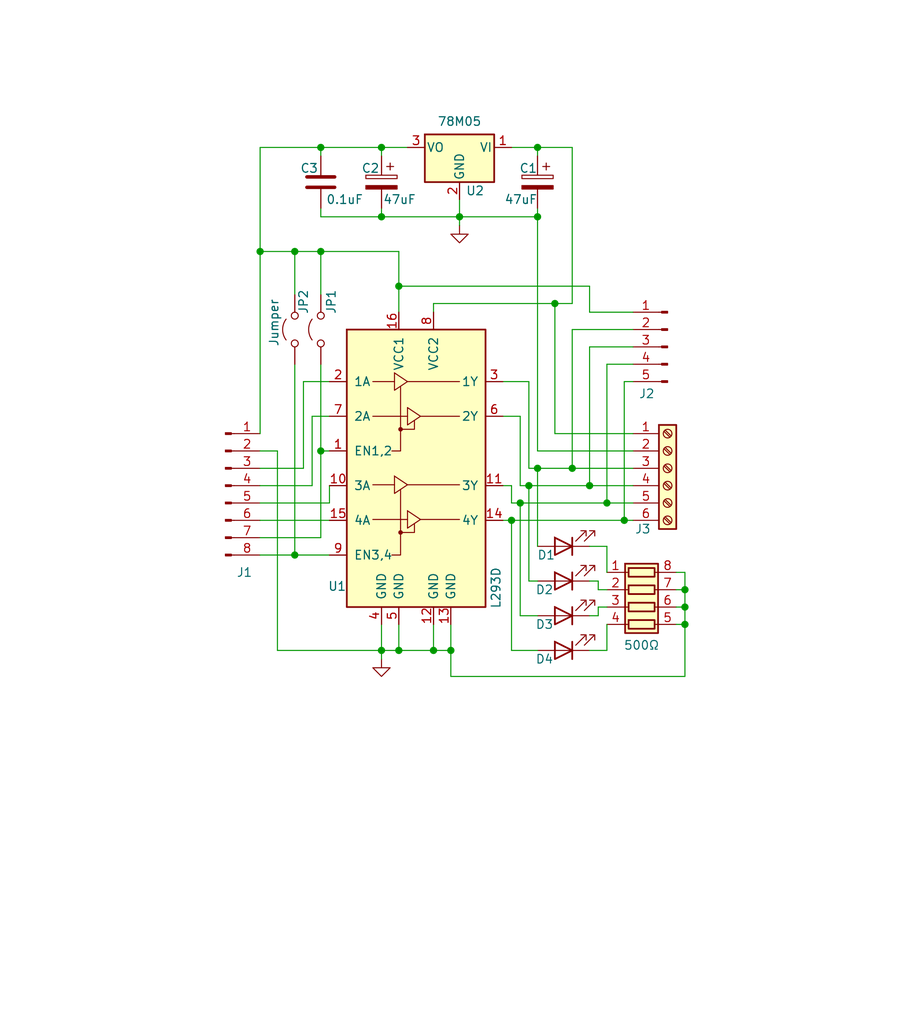
<source format=kicad_sch>
(kicad_sch (version 20231120) (generator "eeschema") (generator_version "8.0")
  (paper "User" 132 150)
  (lib_symbols
    (symbol "Connector:Conn_01x05_Pin" (pin_names (offset 1.016) hide)
      (property "Reference" "J" (at 0 7.62 0))
      (property "Value" "Conn_01x05_Pin" (at 0 -7.62 0))
      (symbol "Conn_01x05_Pin_1_1"
        (polyline (pts (xy 1.27 -5.08) (xy 0.8636 -5.08)) (stroke (width 0.1524)))
        (polyline (pts (xy 1.27 -2.54) (xy 0.8636 -2.54)) (stroke (width 0.1524)))
        (polyline (pts (xy 1.27 0) (xy 0.8636 0)) (stroke (width 0.1524)))
        (polyline (pts (xy 1.27 2.54) (xy 0.8636 2.54)) (stroke (width 0.1524)))
        (polyline (pts (xy 1.27 5.08) (xy 0.8636 5.08)) (stroke (width 0.1524)))
        (rectangle (start 0.8636 -4.953) (end 0 -5.207) (stroke (width 0.1524)) (fill (type outline)))
        (rectangle (start 0.8636 -2.413) (end 0 -2.667) (stroke (width 0.1524)) (fill (type outline)))
        (rectangle (start 0.8636 0.127) (end 0 -0.127) (stroke (width 0.1524)) (fill (type outline)))
        (rectangle (start 0.8636 2.667) (end 0 2.413) (stroke (width 0.1524)) (fill (type outline)))
        (rectangle (start 0.8636 5.207) (end 0 4.953) (stroke (width 0.1524)) (fill (type outline)))
        (pin passive line (at 5.08 5.08 180) (length 3.81) (name "Pin_1") (number "1"))
        (pin passive line (at 5.08 2.54 180) (length 3.81) (name "Pin_2") (number "2"))
        (pin passive line (at 5.08 0 180) (length 3.81) (name "Pin_3") (number "3"))
        (pin passive line (at 5.08 -2.54 180) (length 3.81) (name "Pin_4") (number "4"))
        (pin passive line (at 5.08 -5.08 180) (length 3.81) (name "Pin_5") (number "5"))
      )
    )
    (symbol "Connector:Conn_01x08_Pin" (pin_names (offset 1.016) hide)
      (property "Reference" "J" (at 0 10.16 0))
      (property "Value" "Conn_01x08_Pin" (at 0 -12.7 0))
      (symbol "Conn_01x08_Pin_1_1"
        (polyline (pts (xy 1.27 -10.16) (xy 0.8636 -10.16)) (stroke (width 0.1524)))
        (polyline (pts (xy 1.27 -7.62) (xy 0.8636 -7.62)) (stroke (width 0.1524)))
        (polyline (pts (xy 1.27 -5.08) (xy 0.8636 -5.08)) (stroke (width 0.1524)))
        (polyline (pts (xy 1.27 -2.54) (xy 0.8636 -2.54)) (stroke (width 0.1524)))
        (polyline (pts (xy 1.27 0) (xy 0.8636 0)) (stroke (width 0.1524)))
        (polyline (pts (xy 1.27 2.54) (xy 0.8636 2.54)) (stroke (width 0.1524)))
        (polyline (pts (xy 1.27 5.08) (xy 0.8636 5.08)) (stroke (width 0.1524)))
        (polyline (pts (xy 1.27 7.62) (xy 0.8636 7.62)) (stroke (width 0.1524)))
        (rectangle (start 0.8636 -10.033) (end 0 -10.287) (stroke (width 0.1524)) (fill (type outline)))
        (rectangle (start 0.8636 -7.493) (end 0 -7.747) (stroke (width 0.1524)) (fill (type outline)))
        (rectangle (start 0.8636 -4.953) (end 0 -5.207) (stroke (width 0.1524)) (fill (type outline)))
        (rectangle (start 0.8636 -2.413) (end 0 -2.667) (stroke (width 0.1524)) (fill (type outline)))
        (rectangle (start 0.8636 0.127) (end 0 -0.127) (stroke (width 0.1524)) (fill (type outline)))
        (rectangle (start 0.8636 2.667) (end 0 2.413) (stroke (width 0.1524)) (fill (type outline)))
        (rectangle (start 0.8636 5.207) (end 0 4.953) (stroke (width 0.1524)) (fill (type outline)))
        (rectangle (start 0.8636 7.747) (end 0 7.493) (stroke (width 0.1524)) (fill (type outline)))
        (pin passive line (at 5.08 7.62 180) (length 3.81) (name "Pin_1") (number "1"))
        (pin passive line (at 5.08 5.08 180) (length 3.81) (name "Pin_2") (number "2"))
        (pin passive line (at 5.08 2.54 180) (length 3.81) (name "Pin_3") (number "3"))
        (pin passive line (at 5.08 0 180) (length 3.81) (name "Pin_4") (number "4"))
        (pin passive line (at 5.08 -2.54 180) (length 3.81) (name "Pin_5") (number "5"))
        (pin passive line (at 5.08 -5.08 180) (length 3.81) (name "Pin_6") (number "6"))
        (pin passive line (at 5.08 -7.62 180) (length 3.81) (name "Pin_7") (number "7"))
        (pin passive line (at 5.08 -10.16 180) (length 3.81) (name "Pin_8") (number "8"))
      )
    )
    (symbol "Connector:Screw_Terminal_01x06" (pin_names (offset 1.016) hide)
      (property "Reference" "J" (at 0 7.62 0))
      (property "Value" "Screw_Terminal_01x06" (at 0 -10.16 0))
      (symbol "Screw_Terminal_01x06_1_1"
        (rectangle (start -1.27 6.35) (end 1.27 -8.89) (stroke (width 0.254)) (fill (type background)))
        (circle (center 0 -7.62) (radius 0.635) (stroke (width 0.1524)))
        (circle (center 0 -5.08) (radius 0.635) (stroke (width 0.1524)))
        (circle (center 0 -2.54) (radius 0.635) (stroke (width 0.1524)))
        (polyline (pts (xy -0.5334 -7.2898) (xy 0.3302 -8.128)) (stroke (width 0.1524)))
        (polyline (pts (xy -0.5334 -4.7498) (xy 0.3302 -5.588)) (stroke (width 0.1524)))
        (polyline (pts (xy -0.5334 -2.2098) (xy 0.3302 -3.048)) (stroke (width 0.1524)))
        (polyline (pts (xy -0.5334 0.3302) (xy 0.3302 -0.508)) (stroke (width 0.1524)))
        (polyline (pts (xy -0.5334 2.8702) (xy 0.3302 2.032)) (stroke (width 0.1524)))
        (polyline (pts (xy -0.5334 5.4102) (xy 0.3302 4.572)) (stroke (width 0.1524)))
        (polyline (pts (xy -0.3556 -7.112) (xy 0.508 -7.9502)) (stroke (width 0.1524)))
        (polyline (pts (xy -0.3556 -4.572) (xy 0.508 -5.4102)) (stroke (width 0.1524)))
        (polyline (pts (xy -0.3556 -2.032) (xy 0.508 -2.8702)) (stroke (width 0.1524)))
        (polyline (pts (xy -0.3556 0.508) (xy 0.508 -0.3302)) (stroke (width 0.1524)))
        (polyline (pts (xy -0.3556 3.048) (xy 0.508 2.2098)) (stroke (width 0.1524)))
        (polyline (pts (xy -0.3556 5.588) (xy 0.508 4.7498)) (stroke (width 0.1524)))
        (circle (center 0 0) (radius 0.635) (stroke (width 0.1524)))
        (circle (center 0 2.54) (radius 0.635) (stroke (width 0.1524)))
        (circle (center 0 5.08) (radius 0.635) (stroke (width 0.1524)))
        (pin passive line (at -5.08 5.08 0) (length 3.81) (name "Pin_1") (number "1"))
        (pin passive line (at -5.08 2.54 0) (length 3.81) (name "Pin_2") (number "2"))
        (pin passive line (at -5.08 0 0) (length 3.81) (name "Pin_3") (number "3"))
        (pin passive line (at -5.08 -2.54 0) (length 3.81) (name "Pin_4") (number "4"))
        (pin passive line (at -5.08 -5.08 0) (length 3.81) (name "Pin_5") (number "5"))
        (pin passive line (at -5.08 -7.62 0) (length 3.81) (name "Pin_6") (number "6"))
      )
    )
    (symbol "Device:C" (pin_numbers hide) (pin_names (offset 0.254))
      (property "Reference" "C" (at 0.635 2.54 0))
      (property "Value" "C" (at 0.635 -2.54 0))
      (symbol "C_0_1"
        (polyline (pts (xy -2.032 -0.762) (xy 2.032 -0.762)) (stroke (width 0.508)))
        (polyline (pts (xy -2.032 0.762) (xy 2.032 0.762)) (stroke (width 0.508)))
      )
      (symbol "C_1_1"
        (pin passive line (at 0 3.81 270) (length 2.794) (name "~") (number "1"))
        (pin passive line (at 0 -3.81 90) (length 2.794) (name "~") (number "2"))
      )
    )
    (symbol "Device:C_Polarized" (pin_numbers hide) (pin_names (offset 0.254))
      (property "Reference" "C" (at 0.635 2.54 0))
      (property "Value" "C_Polarized" (at 0.635 -2.54 0))
      (symbol "C_Polarized_0_1"
        (rectangle (start -2.286 0.508) (end 2.286 1.016))
        (polyline (pts (xy -1.778 2.286) (xy -0.762 2.286)))
        (polyline (pts (xy -1.27 2.794) (xy -1.27 1.778)))
        (rectangle (start 2.286 -0.508) (end -2.286 -1.016) (fill (type outline)))
      )
      (symbol "C_Polarized_1_1"
        (pin passive line (at 0 3.81 270) (length 2.794) (name "~") (number "1"))
        (pin passive line (at 0 -3.81 90) (length 2.794) (name "~") (number "2"))
      )
    )
    (symbol "Device:LED" (pin_numbers hide) (pin_names (offset 1.016) hide)
      (property "Reference" "D" (at 0 2.54 0))
      (property "Value" "LED" (at 0 -2.54 0))
      (symbol "LED_0_1"
        (polyline (pts (xy -1.27 -1.27) (xy -1.27 1.27)) (stroke (width 0.254)))
        (polyline (pts (xy -1.27 0) (xy 1.27 0)))
        (polyline (pts (xy 1.27 -1.27) (xy 1.27 1.27) (xy -1.27 0) (xy 1.27 -1.27)) (stroke (width 0.254)))
        (polyline (pts (xy -3.048 -0.762) (xy -4.572 -2.286) (xy -3.81 -2.286) (xy -4.572 -2.286) (xy -4.572 -1.524)))
        (polyline (pts (xy -1.778 -0.762) (xy -3.302 -2.286) (xy -2.54 -2.286) (xy -3.302 -2.286) (xy -3.302 -1.524)))
      )
      (symbol "LED_1_1"
        (pin passive line (at -3.81 0 0) (length 2.54) (name "K") (number "1"))
        (pin passive line (at 3.81 0 180) (length 2.54) (name "A") (number "2"))
      )
    )
    (symbol "Device:R_Pack04" (pin_names (offset 0) hide)
      (property "Reference" "RN" (at -7.62 0 90))
      (property "Value" "R_Pack04" (at 5.08 0 90))
      (symbol "R_Pack04_0_1"
        (rectangle (start -6.35 -2.413) (end 3.81 2.413) (stroke (width 0.254)) (fill (type background)))
        (rectangle (start -5.715 1.905) (end -4.445 -1.905) (stroke (width 0.254)))
        (rectangle (start -3.175 1.905) (end -1.905 -1.905) (stroke (width 0.254)))
        (rectangle (start -0.635 1.905) (end 0.635 -1.905) (stroke (width 0.254)))
        (polyline (pts (xy -5.08 -2.54) (xy -5.08 -1.905)))
        (polyline (pts (xy -5.08 1.905) (xy -5.08 2.54)))
        (polyline (pts (xy -2.54 -2.54) (xy -2.54 -1.905)))
        (polyline (pts (xy -2.54 1.905) (xy -2.54 2.54)))
        (polyline (pts (xy 0 -2.54) (xy 0 -1.905)))
        (polyline (pts (xy 0 1.905) (xy 0 2.54)))
        (polyline (pts (xy 2.54 -2.54) (xy 2.54 -1.905)))
        (polyline (pts (xy 2.54 1.905) (xy 2.54 2.54)))
        (rectangle (start 1.905 1.905) (end 3.175 -1.905) (stroke (width 0.254)))
      )
      (symbol "R_Pack04_1_1"
        (pin passive line (at -5.08 -5.08 90) (length 2.54) (name "R1.1") (number "1"))
        (pin passive line (at -2.54 -5.08 90) (length 2.54) (name "R2.1") (number "2"))
        (pin passive line (at 0 -5.08 90) (length 2.54) (name "R3.1") (number "3"))
        (pin passive line (at 2.54 -5.08 90) (length 2.54) (name "R4.1") (number "4"))
        (pin passive line (at 2.54 5.08 270) (length 2.54) (name "R4.2") (number "5"))
        (pin passive line (at 0 5.08 270) (length 2.54) (name "R3.2") (number "6"))
        (pin passive line (at -2.54 5.08 270) (length 2.54) (name "R2.2") (number "7"))
        (pin passive line (at -5.08 5.08 270) (length 2.54) (name "R1.2") (number "8"))
      )
    )
    (symbol "Driver_Motor:L293D" (pin_names (offset 1.016))
      (property "Reference" "U" (at -5.08 26.035 0))
      (property "Value" "L293D" (at -5.08 24.13 0))
      (symbol "L293D_0_1"
        (rectangle (start -10.16 22.86) (end 10.16 -17.78) (stroke (width 0.254)) (fill (type background)))
        (circle (center -2.286 -6.858) (radius 0.254) (fill (type outline)))
        (circle (center -2.286 8.255) (radius 0.254) (fill (type outline)))
        (polyline (pts (xy -6.35 -4.953) (xy -1.27 -4.953)))
        (polyline (pts (xy -6.35 0.127) (xy -3.175 0.127)))
        (polyline (pts (xy -6.35 10.16) (xy -1.27 10.16)))
        (polyline (pts (xy -6.35 15.24) (xy -3.175 15.24)))
        (polyline (pts (xy -1.27 0.127) (xy 6.35 0.127)))
        (polyline (pts (xy -1.27 15.24) (xy 6.35 15.24)))
        (polyline (pts (xy 0.635 -4.953) (xy 6.35 -4.953)))
        (polyline (pts (xy 0.635 10.16) (xy 6.35 10.16)))
        (polyline (pts (xy -2.286 -6.858) (xy -0.254 -6.858) (xy -0.254 -5.588)))
        (polyline (pts (xy -2.286 -0.635) (xy -2.286 -10.16) (xy -3.556 -10.16)))
        (polyline (pts (xy -2.286 8.255) (xy -0.254 8.255) (xy -0.254 9.525)))
        (polyline (pts (xy -2.286 14.478) (xy -2.286 5.08) (xy -3.556 5.08)))
        (polyline (pts (xy -3.175 1.397) (xy -3.175 -1.143) (xy -1.27 0.127) (xy -3.175 1.397)))
        (polyline (pts (xy -3.175 16.51) (xy -3.175 13.97) (xy -1.27 15.24) (xy -3.175 16.51)))
        (polyline (pts (xy -1.27 -3.683) (xy -1.27 -6.223) (xy 0.635 -4.953) (xy -1.27 -3.683)))
        (polyline (pts (xy -1.27 11.43) (xy -1.27 8.89) (xy 0.635 10.16) (xy -1.27 11.43)))
      )
      (symbol "L293D_1_1"
        (pin input line (at -12.7 5.08 0) (length 2.54) (name "EN1,2") (number "1"))
        (pin input line (at -12.7 0 0) (length 2.54) (name "3A") (number "10"))
        (pin output line (at 12.7 0 180) (length 2.54) (name "3Y") (number "11"))
        (pin power_in line (at 2.54 -20.32 90) (length 2.54) (name "GND") (number "12"))
        (pin power_in line (at 5.08 -20.32 90) (length 2.54) (name "GND") (number "13"))
        (pin output line (at 12.7 -5.08 180) (length 2.54) (name "4Y") (number "14"))
        (pin input line (at -12.7 -5.08 0) (length 2.54) (name "4A") (number "15"))
        (pin power_in line (at -2.54 25.4 270) (length 2.54) (name "VCC1") (number "16"))
        (pin input line (at -12.7 15.24 0) (length 2.54) (name "1A") (number "2"))
        (pin output line (at 12.7 15.24 180) (length 2.54) (name "1Y") (number "3"))
        (pin power_in line (at -5.08 -20.32 90) (length 2.54) (name "GND") (number "4"))
        (pin power_in line (at -2.54 -20.32 90) (length 2.54) (name "GND") (number "5"))
        (pin output line (at 12.7 10.16 180) (length 2.54) (name "2Y") (number "6"))
        (pin input line (at -12.7 10.16 0) (length 2.54) (name "2A") (number "7"))
        (pin power_in line (at 2.54 25.4 270) (length 2.54) (name "VCC2") (number "8"))
        (pin input line (at -12.7 -10.16 0) (length 2.54) (name "EN3,4") (number "9"))
      )
    )
    (symbol "Jumper:Jumper_2_Open" (pin_numbers hide) (pin_names (offset 0) hide) (exclude_from_sim yes)
      (property "Reference" "JP" (at 0 2.794 0))
      (property "Value" "Jumper_2_Open" (at 0 -2.286 0))
      (symbol "Jumper_2_Open_0_0"
        (circle (center -2.032 0) (radius 0.508))
        (circle (center 2.032 0) (radius 0.508))
      )
      (symbol "Jumper_2_Open_0_1"
        (arc (start 1.524 1.27) (mid 0 1.778) (end -1.524 1.27))
      )
      (symbol "Jumper_2_Open_1_1"
        (pin passive line (at -5.08 0 0) (length 2.54) (name "A") (number "1"))
        (pin passive line (at 5.08 0 180) (length 2.54) (name "B") (number "2"))
      )
    )
    (symbol "Regulator_Linear:KA78M05_TO252" (pin_names (offset 0.254))
      (property "Reference" "U" (at -3.81 3.175 0))
      (property "Value" "KA78M05_TO252" (at 0 3.175 0))
      (symbol "KA78M05_TO252_0_1"
        (rectangle (start -5.08 1.905) (end 5.08 -5.08) (stroke (width 0.254)) (fill (type background)))
      )
      (symbol "KA78M05_TO252_1_1"
        (pin power_in line (at -7.62 0 0) (length 2.54) (name "VI") (number "1"))
        (pin power_in line (at 0 -7.62 90) (length 2.54) (name "GND") (number "2"))
        (pin power_out line (at 7.62 0 180) (length 2.54) (name "VO") (number "3"))
      )
    )
    (symbol "power:GND" (power) (pin_numbers hide) (pin_names (offset 0) hide)
      (property "Value" "GND" (at 0 -3.81 0))
      (symbol "GND_0_1"
        (polyline (pts (xy 0 0) (xy 0 -1.27) (xy 1.27 -1.27) (xy 0 -2.54) (xy -1.27 -1.27) (xy 0 -1.27)))
      )
      (symbol "GND_1_1"
        (pin power_in line (at 0 0 270) (length 0) (name "~") (number "1"))
      )
    )
  )
  (junction (at 66.04 95.25))
  (junction (at 100.33 86.36))
  (junction (at 76.2 73.66))
  (junction (at 67.31 31.75))
  (junction (at 86.36 71.12))
  (junction (at 100.33 91.44))
  (junction (at 46.99 21.59))
  (junction (at 74.93 76.2))
  (junction (at 46.99 36.83))
  (junction (at 38.1 36.83))
  (junction (at 46.99 66.04))
  (junction (at 58.42 95.25))
  (junction (at 83.82 68.58))
  (junction (at 88.9 73.66))
  (junction (at 78.74 31.75))
  (junction (at 55.88 21.59))
  (junction (at 43.18 36.83))
  (junction (at 81.28 44.45))
  (junction (at 77.47 71.12))
  (junction (at 55.88 31.75))
  (junction (at 78.74 21.59))
  (junction (at 63.5 95.25))
  (junction (at 100.33 88.9))
  (junction (at 78.74 68.58))
  (junction (at 55.88 95.25))
  (junction (at 58.42 41.91))
  (junction (at 91.44 76.2))
  (junction (at 43.18 81.28))
  (wire (pts (xy 55.88 30.48) (xy 55.88 31.75)))
  (wire (pts (xy 81.28 44.45) (xy 81.28 63.5)))
  (wire (pts (xy 44.45 55.88) (xy 44.45 68.58)))
  (wire (pts (xy 63.5 95.25) (xy 66.04 95.25)))
  (wire (pts (xy 78.74 31.75) (xy 67.31 31.75)))
  (wire (pts (xy 38.1 66.04) (xy 40.64 66.04)))
  (wire (pts (xy 100.33 83.82) (xy 99.06 83.82)))
  (wire (pts (xy 91.44 55.88) (xy 91.44 76.2)))
  (wire (pts (xy 100.33 91.44) (xy 100.33 88.9)))
  (wire (pts (xy 78.74 68.58) (xy 78.74 80.01)))
  (wire (pts (xy 81.28 44.45) (xy 83.82 44.45)))
  (wire (pts (xy 92.71 50.8) (xy 86.36 50.8)))
  (wire (pts (xy 86.36 95.25) (xy 88.9 95.25)))
  (wire (pts (xy 73.66 60.96) (xy 76.2 60.96)))
  (wire (pts (xy 77.47 55.88) (xy 77.47 68.58)))
  (wire (pts (xy 66.04 95.25) (xy 66.04 99.06)))
  (wire (pts (xy 48.26 60.96) (xy 45.72 60.96)))
  (wire (pts (xy 55.88 91.44) (xy 55.88 95.25)))
  (wire (pts (xy 46.99 31.75) (xy 55.88 31.75)))
  (wire (pts (xy 77.47 71.12) (xy 86.36 71.12)))
  (wire (pts (xy 87.63 88.9) (xy 88.9 88.9)))
  (wire (pts (xy 46.99 66.04) (xy 46.99 78.74)))
  (wire (pts (xy 58.42 36.83) (xy 46.99 36.83)))
  (wire (pts (xy 58.42 91.44) (xy 58.42 95.25)))
  (wire (pts (xy 40.64 95.25) (xy 55.88 95.25)))
  (wire (pts (xy 92.71 66.04) (xy 78.74 66.04)))
  (wire (pts (xy 92.71 48.26) (xy 83.82 48.26)))
  (wire (pts (xy 46.99 30.48) (xy 46.99 31.75)))
  (wire (pts (xy 63.5 91.44) (xy 63.5 95.25)))
  (wire (pts (xy 38.1 76.2) (xy 48.26 76.2)))
  (wire (pts (xy 86.36 41.91) (xy 58.42 41.91)))
  (wire (pts (xy 83.82 21.59) (xy 83.82 44.45)))
  (wire (pts (xy 76.2 73.66) (xy 76.2 90.17)))
  (wire (pts (xy 77.47 85.09) (xy 78.74 85.09)))
  (wire (pts (xy 86.36 45.72) (xy 86.36 41.91)))
  (wire (pts (xy 38.1 21.59) (xy 46.99 21.59)))
  (wire (pts (xy 66.04 91.44) (xy 66.04 95.25)))
  (wire (pts (xy 38.1 36.83) (xy 38.1 63.5)))
  (wire (pts (xy 99.06 91.44) (xy 100.33 91.44)))
  (wire (pts (xy 46.99 36.83) (xy 43.18 36.83)))
  (wire (pts (xy 67.31 29.21) (xy 67.31 31.75)))
  (wire (pts (xy 76.2 71.12) (xy 77.47 71.12)))
  (wire (pts (xy 40.64 66.04) (xy 40.64 95.25)))
  (wire (pts (xy 38.1 36.83) (xy 43.18 36.83)))
  (wire (pts (xy 59.69 21.59) (xy 55.88 21.59)))
  (wire (pts (xy 67.31 33.02) (xy 67.31 31.75)))
  (wire (pts (xy 43.18 53.34) (xy 43.18 81.28)))
  (wire (pts (xy 58.42 95.25) (xy 63.5 95.25)))
  (wire (pts (xy 55.88 95.25) (xy 55.88 96.52)))
  (wire (pts (xy 83.82 48.26) (xy 83.82 68.58)))
  (wire (pts (xy 88.9 80.01) (xy 88.9 83.82)))
  (wire (pts (xy 58.42 45.72) (xy 58.42 41.91)))
  (wire (pts (xy 100.33 88.9) (xy 100.33 86.36)))
  (wire (pts (xy 92.71 45.72) (xy 86.36 45.72)))
  (wire (pts (xy 38.1 81.28) (xy 43.18 81.28)))
  (wire (pts (xy 74.93 76.2) (xy 74.93 95.25)))
  (wire (pts (xy 86.36 85.09) (xy 87.63 85.09)))
  (wire (pts (xy 55.88 95.25) (xy 58.42 95.25)))
  (wire (pts (xy 78.74 31.75) (xy 78.74 66.04)))
  (wire (pts (xy 78.74 21.59) (xy 74.93 21.59)))
  (wire (pts (xy 74.93 71.12) (xy 74.93 73.66)))
  (wire (pts (xy 100.33 99.06) (xy 100.33 91.44)))
  (wire (pts (xy 55.88 31.75) (xy 67.31 31.75)))
  (wire (pts (xy 86.36 50.8) (xy 86.36 71.12)))
  (wire (pts (xy 83.82 21.59) (xy 78.74 21.59)))
  (wire (pts (xy 73.66 76.2) (xy 74.93 76.2)))
  (wire (pts (xy 100.33 86.36) (xy 100.33 83.82)))
  (wire (pts (xy 88.9 53.34) (xy 88.9 73.66)))
  (wire (pts (xy 58.42 41.91) (xy 58.42 36.83)))
  (wire (pts (xy 92.71 53.34) (xy 88.9 53.34)))
  (wire (pts (xy 78.74 22.86) (xy 78.74 21.59)))
  (wire (pts (xy 76.2 60.96) (xy 76.2 71.12)))
  (wire (pts (xy 92.71 63.5) (xy 81.28 63.5)))
  (wire (pts (xy 46.99 21.59) (xy 55.88 21.59)))
  (wire (pts (xy 48.26 55.88) (xy 44.45 55.88)))
  (wire (pts (xy 77.47 71.12) (xy 77.47 85.09)))
  (wire (pts (xy 87.63 86.36) (xy 88.9 86.36)))
  (wire (pts (xy 86.36 71.12) (xy 92.71 71.12)))
  (wire (pts (xy 45.72 71.12) (xy 38.1 71.12)))
  (wire (pts (xy 77.47 68.58) (xy 78.74 68.58)))
  (wire (pts (xy 86.36 90.17) (xy 87.63 90.17)))
  (wire (pts (xy 88.9 95.25) (xy 88.9 91.44)))
  (wire (pts (xy 44.45 68.58) (xy 38.1 68.58)))
  (wire (pts (xy 78.74 90.17) (xy 76.2 90.17)))
  (wire (pts (xy 46.99 78.74) (xy 38.1 78.74)))
  (wire (pts (xy 63.5 44.45) (xy 63.5 45.72)))
  (wire (pts (xy 83.82 68.58) (xy 92.71 68.58)))
  (wire (pts (xy 46.99 22.86) (xy 46.99 21.59)))
  (wire (pts (xy 43.18 81.28) (xy 48.26 81.28)))
  (wire (pts (xy 91.44 76.2) (xy 92.71 76.2)))
  (wire (pts (xy 99.06 88.9) (xy 100.33 88.9)))
  (wire (pts (xy 78.74 95.25) (xy 74.93 95.25)))
  (wire (pts (xy 46.99 43.18) (xy 46.99 36.83)))
  (wire (pts (xy 55.88 21.59) (xy 55.88 22.86)))
  (wire (pts (xy 87.63 90.17) (xy 87.63 88.9)))
  (wire (pts (xy 73.66 55.88) (xy 77.47 55.88)))
  (wire (pts (xy 38.1 36.83) (xy 38.1 21.59)))
  (wire (pts (xy 74.93 76.2) (xy 91.44 76.2)))
  (wire (pts (xy 99.06 86.36) (xy 100.33 86.36)))
  (wire (pts (xy 45.72 60.96) (xy 45.72 71.12)))
  (wire (pts (xy 76.2 73.66) (xy 88.9 73.66)))
  (wire (pts (xy 46.99 53.34) (xy 46.99 66.04)))
  (wire (pts (xy 74.93 73.66) (xy 76.2 73.66)))
  (wire (pts (xy 87.63 85.09) (xy 87.63 86.36)))
  (wire (pts (xy 43.18 36.83) (xy 43.18 43.18)))
  (wire (pts (xy 48.26 73.66) (xy 38.1 73.66)))
  (wire (pts (xy 63.5 44.45) (xy 81.28 44.45)))
  (wire (pts (xy 73.66 71.12) (xy 74.93 71.12)))
  (wire (pts (xy 48.26 66.04) (xy 46.99 66.04)))
  (wire (pts (xy 48.26 73.66) (xy 48.26 71.12)))
  (wire (pts (xy 92.71 55.88) (xy 91.44 55.88)))
  (wire (pts (xy 88.9 73.66) (xy 92.71 73.66)))
  (wire (pts (xy 78.74 30.48) (xy 78.74 31.75)))
  (wire (pts (xy 86.36 80.01) (xy 88.9 80.01)))
  (wire (pts (xy 78.74 68.58) (xy 83.82 68.58)))
  (wire (pts (xy 66.04 99.06) (xy 100.33 99.06)))
  (symbol (lib_id "Device:LED") (at 82.55 90.17 180) (unit 1)
    (property "Reference" "D3" (at 79.756 91.44 0))
    (property "Value" "LED" (effects (hide yes)))
    (property "Footprint" "LED_SMD:LED_0201_0603Metric" (effects (hide yes)))
    (property "Description" "Light emitting diode" (effects (hide yes)))
  )
  (symbol (lib_id "Device:C") (at 46.99 26.67 0) (unit 1)
    (property "Reference" "C3" (at 43.942 24.638 0) (effects (justify left)))
    (property "Value" "0.1uF" (at 47.752 29.21 0) (effects (justify left)))
    (property "Description" "Unpolarized capacitor" (effects (hide yes)))
  )
  (symbol (lib_id "Device:R_Pack04") (at 93.98 88.9 270) (unit 1)
    (property "Reference" "RN1" (effects (hide yes)))
    (property "Value" "500Ω" (at 93.98 94.488 90))
    (property "Footprint" "Package_SO:SOIC-8W_5.3x5.3mm_P1.27mm" (effects (hide yes)))
    (property "Description" "4 resistor network, parallel topology" (effects (hide yes)))
  )
  (symbol (lib_id "Device:C_Polarized") (at 78.74 26.67 0) (mirror y) (unit 1)
    (property "Reference" "C1" (at 78.74 24.638 0) (effects (justify left)))
    (property "Value" "47uF" (at 78.74 29.21 0) (effects (justify left)))
    (property "Description" "Polarized capacitor" (effects (hide yes)))
  )
  (symbol (lib_id "power:GND") (at 55.88 96.52 0) (unit 1)
    (property "Reference" "#PWR01" (effects (hide yes)))
    (property "Value" "GND" (effects (hide yes)))
    (property "Description" "Power symbol creates a global label with name \"GND\" , ground" (effects (hide yes)))
  )
  (symbol (lib_id "Connector:Conn_01x05_Pin") (at 97.79 50.8 0) (mirror y) (unit 1)
    (property "Reference" "J2" (at 94.742 57.658 0))
    (property "Value" "Stepper_motor" (effects (hide yes)))
    (property "Footprint" "Connector_PinSocket_2.54mm:PinSocket_1x05_P2.54mm_Vertical" (effects (hide yes)))
    (property "Description" "Generic connector, single row, 01x05, script generated" (effects (hide yes)))
  )
  (symbol (lib_id "Jumper:Jumper_2_Open") (at 43.18 48.26 90) (unit 1) (exclude_from_sim yes)
    (property "Reference" "JP2" (at 44.45 44.196 0))
    (property "Value" "Jumper" (at 40.132 47.244 0))
    (property "Footprint" "TestPoint:TestPoint_2Pads_Pitch2.54mm_Drill0.8mm" (effects (hide yes)))
    (property "Description" "Jumper, 2-pole, open" (effects (hide yes)))
  )
  (symbol (lib_id "Connector:Conn_01x08_Pin") (at 33.02 71.12 0) (unit 1)
    (property "Reference" "J1" (at 35.814 83.82 0))
    (property "Value" "Conn_01x08_Pin" (effects (hide yes)))
    (property "Footprint" "Connector_PinHeader_2.54mm:PinHeader_1x08_P2.54mm_Vertical" (effects (hide yes)))
    (property "Description" "Generic connector, single row, 01x08, script generated" (effects (hide yes)))
  )
  (symbol (lib_id "Connector:Screw_Terminal_01x06") (at 97.79 68.58 0) (unit 1)
    (property "Reference" "J3" (at 92.964 77.47 0) (effects (justify left)))
    (property "Value" "Screw_Terminal_01x06" (effects (hide yes)))
    (property "Footprint" "TerminalBlock:TerminalBlock_Xinya_XY308-2.54-6P_1x06_P2.54mm_Horizontal" (effects (hide yes)))
    (property "Description" "Generic screw terminal, single row, 01x06, script generated (kicad-library-utils/schlib/autogen/connector/)" (effects (hide yes)))
  )
  (symbol (lib_id "Device:C_Polarized") (at 55.88 26.67 0) (mirror y) (unit 1)
    (property "Reference" "C2" (at 55.626 24.638 0) (effects (justify left)))
    (property "Value" "47uF" (at 60.96 29.21 0) (effects (justify left)))
    (property "Description" "Polarized capacitor" (effects (hide yes)))
  )
  (symbol (lib_id "Device:LED") (at 82.55 80.01 180) (unit 1)
    (property "Reference" "D1" (at 80.01 81.28 0))
    (property "Value" "LED" (effects (hide yes)))
    (property "Footprint" "LED_SMD:LED_0201_0603Metric" (effects (hide yes)))
    (property "Description" "Light emitting diode" (effects (hide yes)))
  )
  (symbol (lib_id "power:GND") (at 67.31 33.02 0) (mirror y) (unit 1)
    (property "Reference" "#PWR03" (effects (hide yes)))
    (property "Value" "GND" (effects (hide yes)))
    (property "Description" "Power symbol creates a global label with name \"GND\" , ground" (effects (hide yes)))
  )
  (symbol (lib_id "Device:LED") (at 82.55 85.09 180) (unit 1)
    (property "Reference" "D2" (at 79.756 86.36 0))
    (property "Value" "LED" (effects (hide yes)))
    (property "Footprint" "LED_SMD:LED_0201_0603Metric" (effects (hide yes)))
    (property "Description" "Light emitting diode" (effects (hide yes)))
  )
  (symbol (lib_id "Device:LED") (at 82.55 95.25 180) (unit 1)
    (property "Reference" "D4" (at 79.756 96.52 0))
    (property "Value" "LED" (effects (hide yes)))
    (property "Footprint" "LED_SMD:LED_0201_0603Metric" (effects (hide yes)))
    (property "Description" "Light emitting diode" (effects (hide yes)))
  )
  (symbol (lib_id "Driver_Motor:L293D") (at 60.96 71.12 0) (unit 1)
    (property "Reference" "U1" (at 48.006 85.852 0) (effects (justify left)))
    (property "Value" "L293D" (at 72.644 89.154 90) (effects (justify left)))
    (property "Footprint" "Package_DIP:DIP-16_W7.62mm" (effects (hide yes)))
    (property "Datasheet" "http://www.ti.com/lit/ds/symlink/l293.pdf" (effects (hide yes)))
    (property "Description" "Quadruple Half-H Drivers" (effects (hide yes)))
  )
  (symbol (lib_id "Jumper:Jumper_2_Open") (at 46.99 48.26 90) (unit 1) (exclude_from_sim yes)
    (property "Reference" "JP1" (at 48.514 44.196 0))
    (property "Value" "Jumper" (effects (hide yes)))
    (property "Footprint" "TestPoint:TestPoint_2Pads_Pitch2.54mm_Drill0.8mm" (effects (hide yes)))
    (property "Description" "Jumper, 2-pole, open" (effects (hide yes)))
  )
  (symbol (lib_id "Regulator_Linear:KA78M05_TO252") (at 67.31 21.59 0) (mirror y) (unit 1)
    (property "Reference" "U2" (at 69.596 27.94 0))
    (property "Value" "78M05" (at 67.31 17.78 0))
    (property "Footprint" "Package_TO_SOT_SMD:TO-252-2" (effects (hide yes)))
    (property "Datasheet" "https://www.onsemi.com/pub/Collateral/MC78M00-D.PDF" (effects (hide yes)))
    (property "Description" "Positive 500mA 35V Linear Regulator, Fixed Output 5V, TO-252 (D-PAK)" (effects (hide yes)))
  )
)
</source>
